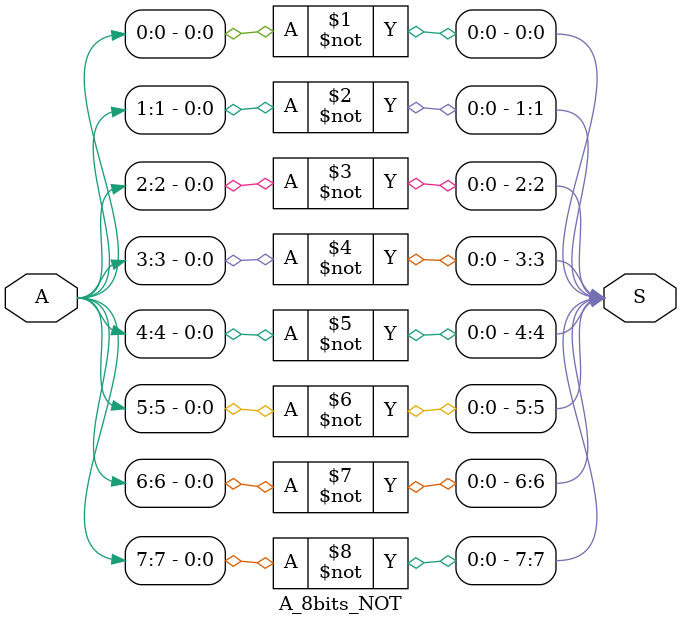
<source format=v>
module A_8bits_XOR(output [7:0] S, input [7:0] A, B);
	A_4bits_XOR xor0(S[3:0], A[3:0], B[3:0]);
	A_4bits_XOR xor1(S[7:4], A[7:4], B[7:4]);
endmodule

module A_4bits_XOR(output [3:0] Y, input [3:0] A, B);
    xor ouex0(Y[0], A[0], B[0]);
    xor ouex1(Y[1], A[1], B[1]);
    xor ouex2(Y[2], A[2], B[2]);
    xor ouex3(Y[3], A[3], B[3]);
endmodule

module A_4bits_OR(output [3:0] Y, input [3:0] A, B);
    or ou0(Y[0], A[0], B[0]);
    or ou1(Y[1], A[1], B[1]);
    or ou2(Y[2], A[2], B[2]);
    or ou3(Y[3], A[3], B[3]);
endmodule

module A_8bits_OR(output [7:0] S, input [7:0] A, B);
	A_4bits_OR or1(S[3:0], A[3:0], B[3:0]);
	A_4bits_OR or2(S[7:4], A[7:4], B[7:4]);
endmodule

module A_4bits_AND( output [3:0]Y, input [3:0]A, B);
	and e0(Y[0], A[0], B[0]);
   and e1(Y[1], A[1], B[1]);
   and e2(Y[2], A[2], B[2]);
   and e3(Y[3], A[3], B[3]);
endmodule

module A_8bits_AND(output [7:0] S, input [7:0] A, B);
	A_4bits_AND and0(S[3:0], A[3:0], B[3:0]);
	A_4bits_AND and1(S[7:4], A[7:4], B[7:4]);
endmodule

module A_8bits_NOT(output [7:0] S, input [7:0] A);
    not(S[0], A[0]);
    not(S[1], A[1]);
    not(S[2], A[2]);
    not(S[3], A[3]);
    not(S[4], A[4]);
    not(S[5], A[5]);
    not(S[6], A[6]);
    not(S[7], A[7]);
endmodule
</source>
